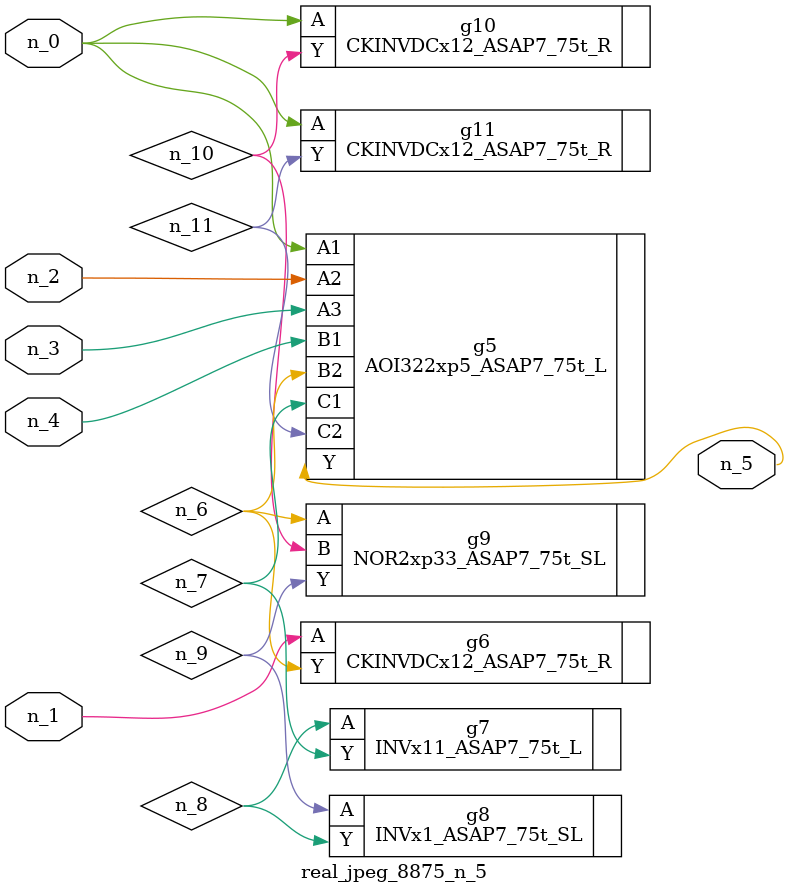
<source format=v>
module real_jpeg_8875_n_5 (n_4, n_0, n_1, n_2, n_3, n_5);

input n_4;
input n_0;
input n_1;
input n_2;
input n_3;

output n_5;

wire n_8;
wire n_11;
wire n_6;
wire n_7;
wire n_10;
wire n_9;

AOI322xp5_ASAP7_75t_L g5 ( 
.A1(n_0),
.A2(n_2),
.A3(n_3),
.B1(n_4),
.B2(n_6),
.C1(n_7),
.C2(n_11),
.Y(n_5)
);

CKINVDCx12_ASAP7_75t_R g10 ( 
.A(n_0),
.Y(n_10)
);

CKINVDCx12_ASAP7_75t_R g11 ( 
.A(n_0),
.Y(n_11)
);

CKINVDCx12_ASAP7_75t_R g6 ( 
.A(n_1),
.Y(n_6)
);

NOR2xp33_ASAP7_75t_SL g9 ( 
.A(n_6),
.B(n_10),
.Y(n_9)
);

INVx11_ASAP7_75t_L g7 ( 
.A(n_8),
.Y(n_7)
);

INVx1_ASAP7_75t_SL g8 ( 
.A(n_9),
.Y(n_8)
);


endmodule
</source>
